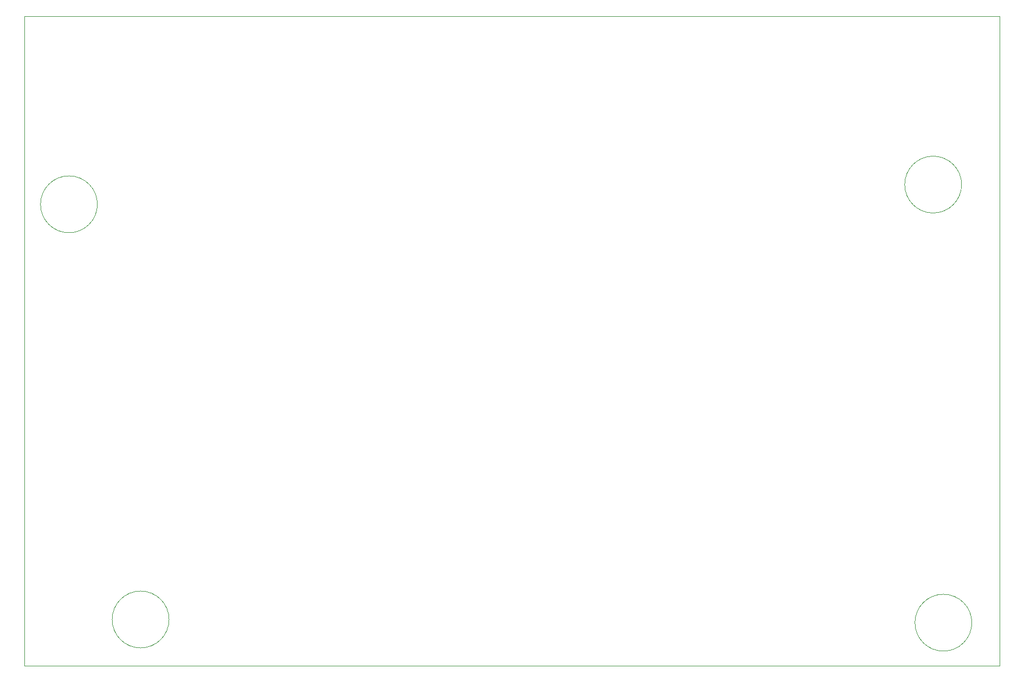
<source format=gm1>
G04*
G04 #@! TF.GenerationSoftware,Altium Limited,Altium Designer,22.11.1 (43)*
G04*
G04 Layer_Color=16711935*
%FSLAX25Y25*%
%MOIN*%
G70*
G04*
G04 #@! TF.SameCoordinates,F1E40A5C-0621-48A3-8FA6-9D6C7DDBF0E7*
G04*
G04*
G04 #@! TF.FilePolarity,Positive*
G04*
G01*
G75*
%ADD71C,0.00004*%
D71*
X127418Y366667D02*
G03*
X144926Y384174I0J17507D01*
G01*
D02*
G03*
X127418Y401681I-17507J0D01*
G01*
D02*
G03*
X109911Y384174I0J-17507D01*
G01*
D02*
G03*
X127418Y366667I17507J0D01*
G01*
X171500Y146007D02*
G03*
X153993Y128500I0J-17507D01*
G01*
X189007D02*
G03*
X171500Y146007I-17507J0D01*
G01*
Y110993D02*
G03*
X189007Y128500I0J17507D01*
G01*
X153993D02*
G03*
X171500Y110993I17507J0D01*
G01*
X665403Y144033D02*
G03*
X647895Y126525I0J-17507D01*
G01*
X682910D02*
G03*
X665403Y144033I-17507J0D01*
G01*
Y109018D02*
G03*
X682910Y126525I0J17507D01*
G01*
X647895D02*
G03*
X665403Y109018I17507J0D01*
G01*
X659111Y413838D02*
G03*
X641604Y396331I0J-17507D01*
G01*
X676618D02*
G03*
X659111Y413838I-17507J0D01*
G01*
Y378824D02*
G03*
X676618Y396331I0J17507D01*
G01*
X641604D02*
G03*
X659111Y378824I17507J0D01*
G01*
X100000Y100000D02*
Y500000D01*
X700000D01*
Y100000D02*
Y500000D01*
X100000Y100000D02*
X700000D01*
M02*

</source>
